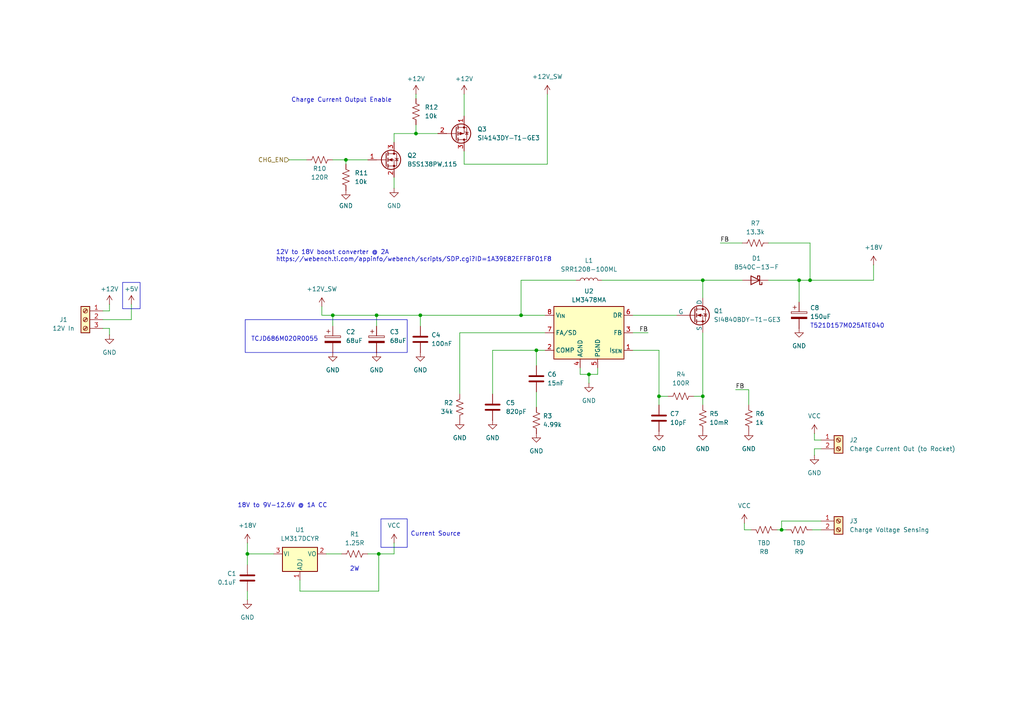
<source format=kicad_sch>
(kicad_sch (version 20231120) (generator "eeschema") (generator_version "8.0")
  (paper "A4")
  (lib_symbols
    (symbol "Connector:Screw_Terminal_01x02" (pin_names (offset 1.016) hide)
      (property "Reference" "J" (at 0 2.54 0))
      (property "Value" "Screw_Terminal_01x02" (at 0 -5.08 0))
      (symbol "Screw_Terminal_01x02_1_1"
        (rectangle (start -1.27 1.27) (end 1.27 -3.81) (stroke (width 0.254)) (fill (type background)))
        (circle (center 0 -2.54) (radius 0.635) (stroke (width 0.1524)))
        (polyline (pts (xy -0.5334 -2.2098) (xy 0.3302 -3.048)) (stroke (width 0.1524)))
        (polyline (pts (xy -0.5334 0.3302) (xy 0.3302 -0.508)) (stroke (width 0.1524)))
        (polyline (pts (xy -0.3556 -2.032) (xy 0.508 -2.8702)) (stroke (width 0.1524)))
        (polyline (pts (xy -0.3556 0.508) (xy 0.508 -0.3302)) (stroke (width 0.1524)))
        (circle (center 0 0) (radius 0.635) (stroke (width 0.1524)))
        (pin passive line (at -5.08 0 0) (length 3.81) (name "Pin_1") (number "1"))
        (pin passive line (at -5.08 -2.54 0) (length 3.81) (name "Pin_2") (number "2"))
      )
    )
    (symbol "Connector:Screw_Terminal_01x03" (pin_names (offset 1.016) hide)
      (property "Reference" "J" (at 0 5.08 0))
      (property "Value" "Screw_Terminal_01x03" (at 0 -5.08 0))
      (symbol "Screw_Terminal_01x03_1_1"
        (rectangle (start -1.27 3.81) (end 1.27 -3.81) (stroke (width 0.254)) (fill (type background)))
        (circle (center 0 -2.54) (radius 0.635) (stroke (width 0.1524)))
        (polyline (pts (xy -0.5334 -2.2098) (xy 0.3302 -3.048)) (stroke (width 0.1524)))
        (polyline (pts (xy -0.5334 0.3302) (xy 0.3302 -0.508)) (stroke (width 0.1524)))
        (polyline (pts (xy -0.5334 2.8702) (xy 0.3302 2.032)) (stroke (width 0.1524)))
        (polyline (pts (xy -0.3556 -2.032) (xy 0.508 -2.8702)) (stroke (width 0.1524)))
        (polyline (pts (xy -0.3556 0.508) (xy 0.508 -0.3302)) (stroke (width 0.1524)))
        (polyline (pts (xy -0.3556 3.048) (xy 0.508 2.2098)) (stroke (width 0.1524)))
        (circle (center 0 0) (radius 0.635) (stroke (width 0.1524)))
        (circle (center 0 2.54) (radius 0.635) (stroke (width 0.1524)))
        (pin passive line (at -5.08 2.54 0) (length 3.81) (name "Pin_1") (number "1"))
        (pin passive line (at -5.08 0 0) (length 3.81) (name "Pin_2") (number "2"))
        (pin passive line (at -5.08 -2.54 0) (length 3.81) (name "Pin_3") (number "3"))
      )
    )
    (symbol "Device:C" (pin_numbers hide) (pin_names (offset 0.254))
      (property "Reference" "C" (at 0.635 2.54 0))
      (property "Value" "C" (at 0.635 -2.54 0))
      (symbol "C_0_1"
        (polyline (pts (xy -2.032 -0.762) (xy 2.032 -0.762)) (stroke (width 0.508)))
        (polyline (pts (xy -2.032 0.762) (xy 2.032 0.762)) (stroke (width 0.508)))
      )
      (symbol "C_1_1"
        (pin passive line (at 0 3.81 270) (length 2.794) (name "~") (number "1"))
        (pin passive line (at 0 -3.81 90) (length 2.794) (name "~") (number "2"))
      )
    )
    (symbol "Device:C_Polarized" (pin_numbers hide) (pin_names (offset 0.254))
      (property "Reference" "C" (at 0.635 2.54 0))
      (property "Value" "C_Polarized" (at 0.635 -2.54 0))
      (symbol "C_Polarized_0_1"
        (rectangle (start -2.286 0.508) (end 2.286 1.016))
        (polyline (pts (xy -1.778 2.286) (xy -0.762 2.286)))
        (polyline (pts (xy -1.27 2.794) (xy -1.27 1.778)))
        (rectangle (start 2.286 -0.508) (end -2.286 -1.016) (fill (type outline)))
      )
      (symbol "C_Polarized_1_1"
        (pin passive line (at 0 3.81 270) (length 2.794) (name "~") (number "1"))
        (pin passive line (at 0 -3.81 90) (length 2.794) (name "~") (number "2"))
      )
    )
    (symbol "Device:D_Schottky" (pin_numbers hide) (pin_names (offset 1.016) hide)
      (property "Reference" "D" (at 0 2.54 0))
      (property "Value" "D_Schottky" (at 0 -2.54 0))
      (symbol "D_Schottky_0_1"
        (polyline (pts (xy 1.27 0) (xy -1.27 0)))
        (polyline (pts (xy 1.27 1.27) (xy 1.27 -1.27) (xy -1.27 0) (xy 1.27 1.27)) (stroke (width 0.254)))
        (polyline (pts (xy -1.905 0.635) (xy -1.905 1.27) (xy -1.27 1.27) (xy -1.27 -1.27) (xy -0.635 -1.27) (xy -0.635 -0.635)) (stroke (width 0.254)))
      )
      (symbol "D_Schottky_1_1"
        (pin passive line (at -3.81 0 0) (length 2.54) (name "K") (number "1"))
        (pin passive line (at 3.81 0 180) (length 2.54) (name "A") (number "2"))
      )
    )
    (symbol "Device:L" (pin_numbers hide) (pin_names (offset 1.016) hide)
      (property "Reference" "L" (at -1.27 0 90))
      (property "Value" "L" (at 1.905 0 90))
      (symbol "L_0_1"
        (arc (start 0 -2.54) (mid 0.6323 -1.905) (end 0 -1.27))
        (arc (start 0 -1.27) (mid 0.6323 -0.635) (end 0 0))
        (arc (start 0 0) (mid 0.6323 0.635) (end 0 1.27))
        (arc (start 0 1.27) (mid 0.6323 1.905) (end 0 2.54))
      )
      (symbol "L_1_1"
        (pin passive line (at 0 3.81 270) (length 1.27) (name "1") (number "1"))
        (pin passive line (at 0 -3.81 90) (length 1.27) (name "2") (number "2"))
      )
    )
    (symbol "Device:Q_NMOS_GSD" (pin_names (offset 0) hide)
      (property "Reference" "Q" (at 5.08 1.27 0))
      (property "Value" "Q_NMOS_GSD" (at 5.08 -1.27 0))
      (symbol "Q_NMOS_GSD_0_1"
        (polyline (pts (xy 0.254 0) (xy -2.54 0)))
        (polyline (pts (xy 0.254 1.905) (xy 0.254 -1.905)) (stroke (width 0.254)))
        (polyline (pts (xy 0.762 -1.27) (xy 0.762 -2.286)) (stroke (width 0.254)))
        (polyline (pts (xy 0.762 0.508) (xy 0.762 -0.508)) (stroke (width 0.254)))
        (polyline (pts (xy 0.762 2.286) (xy 0.762 1.27)) (stroke (width 0.254)))
        (polyline (pts (xy 2.54 2.54) (xy 2.54 1.778)))
        (polyline (pts (xy 2.54 -2.54) (xy 2.54 0) (xy 0.762 0)))
        (polyline (pts (xy 0.762 -1.778) (xy 3.302 -1.778) (xy 3.302 1.778) (xy 0.762 1.778)))
        (polyline (pts (xy 1.016 0) (xy 2.032 0.381) (xy 2.032 -0.381) (xy 1.016 0)) (fill (type outline)))
        (polyline (pts (xy 2.794 0.508) (xy 2.921 0.381) (xy 3.683 0.381) (xy 3.81 0.254)))
        (polyline (pts (xy 3.302 0.381) (xy 2.921 -0.254) (xy 3.683 -0.254) (xy 3.302 0.381)))
        (circle (center 1.651 0) (radius 2.794) (stroke (width 0.254)))
        (circle (center 2.54 -1.778) (radius 0.254) (fill (type outline)))
        (circle (center 2.54 1.778) (radius 0.254) (fill (type outline)))
      )
      (symbol "Q_NMOS_GSD_1_1"
        (pin input line (at -5.08 0 0) (length 2.54) (name "G") (number "1"))
        (pin passive line (at 2.54 -5.08 90) (length 2.54) (name "S") (number "2"))
        (pin passive line (at 2.54 5.08 270) (length 2.54) (name "D") (number "3"))
      )
    )
    (symbol "Device:Q_PMOS_SGD" (pin_names (offset 0) hide)
      (property "Reference" "Q" (at 5.08 1.27 0))
      (property "Value" "Q_PMOS_SGD" (at 5.08 -1.27 0))
      (symbol "Q_PMOS_SGD_0_1"
        (polyline (pts (xy 0.254 0) (xy -2.54 0)))
        (polyline (pts (xy 0.254 1.905) (xy 0.254 -1.905)) (stroke (width 0.254)))
        (polyline (pts (xy 0.762 -1.27) (xy 0.762 -2.286)) (stroke (width 0.254)))
        (polyline (pts (xy 0.762 0.508) (xy 0.762 -0.508)) (stroke (width 0.254)))
        (polyline (pts (xy 0.762 2.286) (xy 0.762 1.27)) (stroke (width 0.254)))
        (polyline (pts (xy 2.54 2.54) (xy 2.54 1.778)))
        (polyline (pts (xy 2.54 -2.54) (xy 2.54 0) (xy 0.762 0)))
        (polyline (pts (xy 0.762 1.778) (xy 3.302 1.778) (xy 3.302 -1.778) (xy 0.762 -1.778)))
        (polyline (pts (xy 2.286 0) (xy 1.27 0.381) (xy 1.27 -0.381) (xy 2.286 0)) (fill (type outline)))
        (polyline (pts (xy 2.794 -0.508) (xy 2.921 -0.381) (xy 3.683 -0.381) (xy 3.81 -0.254)))
        (polyline (pts (xy 3.302 -0.381) (xy 2.921 0.254) (xy 3.683 0.254) (xy 3.302 -0.381)))
        (circle (center 1.651 0) (radius 2.794) (stroke (width 0.254)))
        (circle (center 2.54 -1.778) (radius 0.254) (fill (type outline)))
        (circle (center 2.54 1.778) (radius 0.254) (fill (type outline)))
      )
      (symbol "Q_PMOS_SGD_1_1"
        (pin passive line (at 2.54 -5.08 90) (length 2.54) (name "S") (number "1"))
        (pin input line (at -5.08 0 0) (length 2.54) (name "G") (number "2"))
        (pin passive line (at 2.54 5.08 270) (length 2.54) (name "D") (number "3"))
      )
    )
    (symbol "Device:R_US" (pin_numbers hide) (pin_names (offset 0))
      (property "Reference" "R" (at 2.54 0 90))
      (property "Value" "R_US" (at -2.54 0 90))
      (symbol "R_US_0_1"
        (polyline (pts (xy 0 -2.286) (xy 0 -2.54)))
        (polyline (pts (xy 0 2.286) (xy 0 2.54)))
        (polyline (pts (xy 0 -0.762) (xy 1.016 -1.143) (xy 0 -1.524) (xy -1.016 -1.905) (xy 0 -2.286)))
        (polyline (pts (xy 0 0.762) (xy 1.016 0.381) (xy 0 0) (xy -1.016 -0.381) (xy 0 -0.762)))
        (polyline (pts (xy 0 2.286) (xy 1.016 1.905) (xy 0 1.524) (xy -1.016 1.143) (xy 0 0.762)))
      )
      (symbol "R_US_1_1"
        (pin passive line (at 0 3.81 270) (length 1.27) (name "~") (number "1"))
        (pin passive line (at 0 -3.81 90) (length 1.27) (name "~") (number "2"))
      )
    )
    (symbol "Regulator_Controller:LM3478MA"
      (property "Reference" "U" (at -9.525 8.89 0))
      (property "Value" "LM3478MA" (at 5.08 8.89 0))
      (symbol "LM3478MA_0_1"
        (rectangle (start -10.16 7.62) (end 10.16 -7.62) (stroke (width 0.254)) (fill (type background)))
      )
      (symbol "LM3478MA_1_1"
        (pin input line (at 12.7 -5.08 180) (length 2.54) (name "I_{SEN}") (number "1"))
        (pin input line (at -12.7 -5.08 0) (length 2.54) (name "COMP") (number "2"))
        (pin input line (at 12.7 0 180) (length 2.54) (name "FB") (number "3"))
        (pin power_in line (at -2.54 -10.16 90) (length 2.54) (name "AGND") (number "4"))
        (pin power_in line (at 2.54 -10.16 90) (length 2.54) (name "PGND") (number "5"))
        (pin output line (at 12.7 5.08 180) (length 2.54) (name "DR") (number "6"))
        (pin input line (at -12.7 0 0) (length 2.54) (name "FA/SD") (number "7"))
        (pin power_in line (at -12.7 5.08 0) (length 2.54) (name "V_{IN}") (number "8"))
      )
    )
    (symbol "Regulator_Linear:LM317_SOT-223" (pin_names (offset 0.254))
      (property "Reference" "U" (at -3.81 3.175 0))
      (property "Value" "LM317_SOT-223" (at 0 3.175 0))
      (symbol "LM317_SOT-223_0_1"
        (rectangle (start -5.08 1.905) (end 5.08 -5.08) (stroke (width 0.254)) (fill (type background)))
      )
      (symbol "LM317_SOT-223_1_1"
        (pin input line (at 0 -7.62 90) (length 2.54) (name "ADJ") (number "1"))
        (pin power_out line (at 7.62 0 180) (length 2.54) (name "VO") (number "2"))
        (pin power_in line (at -7.62 0 0) (length 2.54) (name "VI") (number "3"))
      )
    )
    (symbol "Simulation_SPICE:NMOS" (pin_numbers hide) (pin_names (offset 0))
      (property "Reference" "Q" (at 5.08 1.27 0))
      (property "Value" "NMOS" (at 5.08 -1.27 0))
      (symbol "NMOS_0_1"
        (polyline (pts (xy 0.254 0) (xy -2.54 0)))
        (polyline (pts (xy 0.254 1.905) (xy 0.254 -1.905)) (stroke (width 0.254)))
        (polyline (pts (xy 0.762 -1.27) (xy 0.762 -2.286)) (stroke (width 0.254)))
        (polyline (pts (xy 0.762 0.508) (xy 0.762 -0.508)) (stroke (width 0.254)))
        (polyline (pts (xy 0.762 2.286) (xy 0.762 1.27)) (stroke (width 0.254)))
        (polyline (pts (xy 2.54 2.54) (xy 2.54 1.778)))
        (polyline (pts (xy 2.54 -2.54) (xy 2.54 0) (xy 0.762 0)))
        (polyline (pts (xy 0.762 -1.778) (xy 3.302 -1.778) (xy 3.302 1.778) (xy 0.762 1.778)))
        (polyline (pts (xy 1.016 0) (xy 2.032 0.381) (xy 2.032 -0.381) (xy 1.016 0)) (fill (type outline)))
        (polyline (pts (xy 2.794 0.508) (xy 2.921 0.381) (xy 3.683 0.381) (xy 3.81 0.254)))
        (polyline (pts (xy 3.302 0.381) (xy 2.921 -0.254) (xy 3.683 -0.254) (xy 3.302 0.381)))
        (circle (center 1.651 0) (radius 2.794) (stroke (width 0.254)))
        (circle (center 2.54 -1.778) (radius 0.254) (fill (type outline)))
        (circle (center 2.54 1.778) (radius 0.254) (fill (type outline)))
      )
      (symbol "NMOS_1_1"
        (pin passive line (at 2.54 5.08 270) (length 2.54) (name "D") (number "1"))
        (pin input line (at -5.08 0 0) (length 2.54) (name "G") (number "2"))
        (pin passive line (at 2.54 -5.08 90) (length 2.54) (name "S") (number "3"))
      )
    )
    (symbol "power:+12V" (power) (pin_numbers hide) (pin_names (offset 0) hide)
      (property "Value" "+12V" (at 0 3.556 0))
      (symbol "+12V_0_1"
        (polyline (pts (xy -0.762 1.27) (xy 0 2.54)))
        (polyline (pts (xy 0 0) (xy 0 2.54)))
        (polyline (pts (xy 0 2.54) (xy 0.762 1.27)))
      )
      (symbol "+12V_1_1"
        (pin power_in line (at 0 0 90) (length 0) (name "~") (number "1"))
      )
    )
    (symbol "power:+15V" (power) (pin_numbers hide) (pin_names (offset 0) hide)
      (property "Value" "+15V" (at 0 3.556 0))
      (symbol "+15V_0_1"
        (polyline (pts (xy -0.762 1.27) (xy 0 2.54)))
        (polyline (pts (xy 0 0) (xy 0 2.54)))
        (polyline (pts (xy 0 2.54) (xy 0.762 1.27)))
      )
      (symbol "+15V_1_1"
        (pin power_in line (at 0 0 90) (length 0) (name "~") (number "1"))
      )
    )
    (symbol "power:+5V" (power) (pin_numbers hide) (pin_names (offset 0) hide)
      (property "Value" "+5V" (at 0 3.556 0))
      (symbol "+5V_0_1"
        (polyline (pts (xy -0.762 1.27) (xy 0 2.54)))
        (polyline (pts (xy 0 0) (xy 0 2.54)))
        (polyline (pts (xy 0 2.54) (xy 0.762 1.27)))
      )
      (symbol "+5V_1_1"
        (pin power_in line (at 0 0 90) (length 0) (name "~") (number "1"))
      )
    )
    (symbol "power:GND" (power) (pin_numbers hide) (pin_names (offset 0) hide)
      (property "Value" "GND" (at 0 -3.81 0))
      (symbol "GND_0_1"
        (polyline (pts (xy 0 0) (xy 0 -1.27) (xy 1.27 -1.27) (xy 0 -2.54) (xy -1.27 -1.27) (xy 0 -1.27)))
      )
      (symbol "GND_1_1"
        (pin power_in line (at 0 0 270) (length 0) (name "~") (number "1"))
      )
    )
    (symbol "power:VCC" (power) (pin_numbers hide) (pin_names (offset 0) hide)
      (property "Value" "VCC" (at 0 3.556 0))
      (symbol "VCC_0_1"
        (polyline (pts (xy -0.762 1.27) (xy 0 2.54)))
        (polyline (pts (xy 0 0) (xy 0 2.54)))
        (polyline (pts (xy 0 2.54) (xy 0.762 1.27)))
      )
      (symbol "VCC_1_1"
        (pin power_in line (at 0 0 90) (length 0) (name "~") (number "1"))
      )
    )
  )
  (junction (at 120.65 38.735))
  (junction (at 226.695 153.67))
  (junction (at 170.815 108.585))
  (junction (at 121.92 91.44))
  (junction (at 151.13 91.44))
  (junction (at 109.22 91.44))
  (junction (at 203.835 114.935))
  (junction (at 231.775 81.28))
  (junction (at 109.855 160.655))
  (junction (at 71.755 160.655))
  (junction (at 203.835 81.28))
  (junction (at 100.33 46.355))
  (junction (at 96.52 91.44))
  (junction (at 234.95 81.28))
  (junction (at 155.575 101.6))
  (junction (at 191.135 114.935))
  (wire (pts (xy 170.815 108.585) (xy 170.815 111.125)))
  (wire (pts (xy 121.92 91.44) (xy 151.13 91.44)))
  (wire (pts (xy 96.52 91.44) (xy 96.52 94.615)))
  (wire (pts (xy 215.9 153.67) (xy 217.805 153.67)))
  (wire (pts (xy 238.125 151.13) (xy 226.695 151.13)))
  (wire (pts (xy 191.135 101.6) (xy 191.135 114.935)))
  (wire (pts (xy 203.835 114.935) (xy 203.835 117.475)))
  (wire (pts (xy 155.575 113.665) (xy 155.575 118.11)))
  (wire (pts (xy 86.995 171.45) (xy 109.855 171.45)))
  (wire (pts (xy 236.22 125.73) (xy 236.22 127.635)))
  (wire (pts (xy 222.885 70.485) (xy 234.95 70.485)))
  (wire (pts (xy 31.75 95.25) (xy 31.75 97.155)))
  (wire (pts (xy 226.695 151.13) (xy 226.695 153.67)))
  (wire (pts (xy 31.75 88.265) (xy 31.75 90.17)))
  (wire (pts (xy 191.135 114.935) (xy 191.135 117.475)))
  (wire (pts (xy 158.115 101.6) (xy 155.575 101.6)))
  (wire (pts (xy 83.82 46.355) (xy 88.9 46.355)))
  (wire (pts (xy 222.885 81.28) (xy 231.775 81.28)))
  (wire (pts (xy 173.355 108.585) (xy 170.815 108.585)))
  (wire (pts (xy 100.33 46.355) (xy 100.33 47.625)))
  (wire (pts (xy 114.3 157.48) (xy 114.3 160.655)))
  (wire (pts (xy 38.1 88.265) (xy 38.1 92.71)))
  (wire (pts (xy 133.35 96.52) (xy 133.35 114.3)))
  (wire (pts (xy 142.875 114.3) (xy 142.875 101.6)))
  (wire (pts (xy 231.775 81.28) (xy 231.775 87.63)))
  (wire (pts (xy 236.22 127.635) (xy 238.125 127.635)))
  (wire (pts (xy 226.695 153.67) (xy 227.965 153.67)))
  (wire (pts (xy 29.845 90.17) (xy 31.75 90.17)))
  (wire (pts (xy 235.585 153.67) (xy 238.125 153.67)))
  (wire (pts (xy 86.995 168.275) (xy 86.995 171.45)))
  (wire (pts (xy 213.36 113.03) (xy 217.17 113.03)))
  (wire (pts (xy 31.75 95.25) (xy 29.845 95.25)))
  (wire (pts (xy 109.22 91.44) (xy 109.22 94.615)))
  (wire (pts (xy 120.65 36.195) (xy 120.65 38.735)))
  (wire (pts (xy 93.345 91.44) (xy 96.52 91.44)))
  (wire (pts (xy 238.125 130.175) (xy 236.22 130.175)))
  (wire (pts (xy 109.855 160.655) (xy 106.68 160.655)))
  (wire (pts (xy 173.355 106.68) (xy 173.355 108.585)))
  (wire (pts (xy 142.875 101.6) (xy 155.575 101.6)))
  (wire (pts (xy 234.95 70.485) (xy 234.95 81.28)))
  (wire (pts (xy 94.615 160.655) (xy 99.06 160.655)))
  (wire (pts (xy 109.22 91.44) (xy 121.92 91.44)))
  (wire (pts (xy 134.62 43.815) (xy 134.62 47.625)))
  (wire (pts (xy 234.95 81.28) (xy 253.365 81.28)))
  (wire (pts (xy 217.17 117.475) (xy 217.17 113.03)))
  (wire (pts (xy 203.835 81.28) (xy 203.835 86.36)))
  (wire (pts (xy 114.3 54.61) (xy 114.3 51.435)))
  (wire (pts (xy 114.3 160.655) (xy 109.855 160.655)))
  (wire (pts (xy 29.845 92.71) (xy 38.1 92.71)))
  (wire (pts (xy 114.3 38.735) (xy 120.65 38.735)))
  (wire (pts (xy 120.65 38.735) (xy 127 38.735)))
  (wire (pts (xy 96.52 46.355) (xy 100.33 46.355)))
  (wire (pts (xy 183.515 96.52) (xy 187.96 96.52)))
  (wire (pts (xy 203.835 96.52) (xy 203.835 114.935)))
  (wire (pts (xy 71.755 157.48) (xy 71.755 160.655)))
  (wire (pts (xy 114.3 38.735) (xy 114.3 41.275)))
  (wire (pts (xy 151.13 91.44) (xy 158.115 91.44)))
  (wire (pts (xy 168.275 108.585) (xy 170.815 108.585)))
  (wire (pts (xy 208.915 70.485) (xy 215.265 70.485)))
  (wire (pts (xy 151.13 81.28) (xy 151.13 91.44)))
  (wire (pts (xy 167.005 81.28) (xy 151.13 81.28)))
  (wire (pts (xy 203.835 114.935) (xy 201.295 114.935)))
  (wire (pts (xy 71.755 171.45) (xy 71.755 173.99)))
  (wire (pts (xy 109.855 171.45) (xy 109.855 160.655)))
  (wire (pts (xy 121.92 91.44) (xy 121.92 94.615)))
  (wire (pts (xy 134.62 47.625) (xy 158.75 47.625)))
  (wire (pts (xy 158.115 96.52) (xy 133.35 96.52)))
  (wire (pts (xy 183.515 91.44) (xy 196.215 91.44)))
  (wire (pts (xy 93.345 88.9) (xy 93.345 91.44)))
  (wire (pts (xy 236.22 130.175) (xy 236.22 132.08)))
  (wire (pts (xy 120.65 27.305) (xy 120.65 28.575)))
  (wire (pts (xy 215.265 81.28) (xy 203.835 81.28)))
  (wire (pts (xy 109.22 91.44) (xy 96.52 91.44)))
  (wire (pts (xy 155.575 101.6) (xy 155.575 106.045)))
  (wire (pts (xy 253.365 76.835) (xy 253.365 81.28)))
  (wire (pts (xy 193.675 114.935) (xy 191.135 114.935)))
  (wire (pts (xy 71.755 160.655) (xy 79.375 160.655)))
  (wire (pts (xy 183.515 101.6) (xy 191.135 101.6)))
  (wire (pts (xy 174.625 81.28) (xy 203.835 81.28)))
  (wire (pts (xy 225.425 153.67) (xy 226.695 153.67)))
  (wire (pts (xy 134.62 27.305) (xy 134.62 33.655)))
  (wire (pts (xy 100.33 46.355) (xy 106.68 46.355)))
  (wire (pts (xy 168.275 106.68) (xy 168.275 108.585)))
  (wire (pts (xy 158.75 27.305) (xy 158.75 47.625)))
  (wire (pts (xy 234.95 81.28) (xy 231.775 81.28)))
  (wire (pts (xy 215.9 151.765) (xy 215.9 153.67)))
  (wire (pts (xy 71.755 160.655) (xy 71.755 163.83)))
  (rectangle (start 71.12 92.71) (end 118.11 102.235))
  (rectangle (start 110.49 150.495) (end 118.11 158.75))
  (rectangle (start 35.56 81.915) (end 40.64 89.535))
  (text "T521D157M025ATE040" (at 234.95 94.615 0) (effects (font (size 1.27 1.27)) (justify left)))
  (text "Charge Current Output Enable" (at 84.455 29.845 0) (effects (font (size 1.27 1.27)) (justify left bottom)))
  (text "2W\n" (at 102.87 165.1 0) (effects (font (size 1.27 1.27))))
  (text "Current Source" (at 126.365 154.94 0) (effects (font (size 1.27 1.27))))
  (text "TCJD686M020R0055" (at 82.55 98.425 0) (effects (font (size 1.27 1.27))))
  (text "18V to 9V-12.6V @ 1A CC" (at 81.915 146.685 0) (effects (font (size 1.27 1.27))))
  (text "12V to 18V boost converter @ 2A\nhttps://webench.ti.com/appinfo/webench/scripts/SDP.cgi?ID=1A39E82EFFBF01F8" (at 80.01 74.295 0) (effects (font (size 1.27 1.27)) (justify left)))
  (label "FB" (at 187.96 96.52 180))
  (label "FB" (at 213.36 113.03 0))
  (label "FB" (at 208.915 70.485 0))
  (hierarchical_label "CHG_EN" (shape input) (at 83.82 46.355 180))
  (symbol (lib_id "power:+12V") (at 93.345 88.9 0) (unit 1)
    (property "Reference" "#PWR5" (effects (hide yes)))
    (property "Value" "+12V_SW" (at 93.345 83.82 0))
    (property "Description" "Power symbol creates a global label with name \"+12V\"" (effects (hide yes)))
  )
  (symbol (lib_id "Device:L") (at 170.815 81.28 90) (unit 1)
    (property "Reference" "L1" (at 170.815 75.565 90))
    (property "Value" "SRR1208-100ML" (at 170.815 78.105 90))
    (property "Footprint" "groundside-charging:IND_BOURNS_SRR1208" (effects (hide yes)))
    (property "Datasheet" "https://www.bourns.com/docs/Product-Datasheets/SRR1208.pdf" (effects (hide yes)))
    (property "Description" "Inductor" (effects (hide yes)))
  )
  (symbol (lib_id "power:+12V") (at 31.75 88.265 0) (unit 1)
    (property "Reference" "#PWR1" (effects (hide yes)))
    (property "Value" "+12V" (at 31.75 83.82 0))
    (property "Description" "Power symbol creates a global label with name \"+12V\"" (effects (hide yes)))
  )
  (symbol (lib_id "Device:C") (at 191.135 121.285 0) (unit 1)
    (property "Reference" "C7" (at 194.31 120.0149 0) (effects (justify left)))
    (property "Value" "10pF" (at 194.31 122.5549 0) (effects (justify left)))
    (property "Footprint" "Capacitor_SMD:C_0805_2012Metric_Pad1.18x1.45mm_HandSolder" (effects (hide yes)))
    (property "Description" "Unpolarized capacitor" (effects (hide yes)))
  )
  (symbol (lib_id "power:GND") (at 191.135 125.095 0) (unit 1)
    (property "Reference" "#PWR14" (effects (hide yes)))
    (property "Value" "GND" (at 191.135 130.175 0))
    (property "Description" "Power symbol creates a global label with name \"GND\" , ground" (effects (hide yes)))
  )
  (symbol (lib_id "Regulator_Linear:LM317_SOT-223") (at 86.995 160.655 0) (unit 1)
    (property "Reference" "U1" (at 86.995 153.67 0))
    (property "Value" "LM317DCYR" (at 86.995 156.21 0))
    (property "Footprint" "Package_TO_SOT_SMD:SOT-223-3_TabPin2" (effects (hide yes)))
    (property "Datasheet" "http://www.ti.com/lit/ds/symlink/lm317.pdf" (effects (hide yes)))
    (property "Description" "1.5A 35V Adjustable Linear Regulator, SOT-223" (effects (hide yes)))
  )
  (symbol (lib_id "power:GND") (at 236.22 132.08 0) (unit 1)
    (property "Reference" "#PWR20" (effects (hide yes)))
    (property "Value" "GND" (at 236.22 137.16 0))
    (property "Description" "Power symbol creates a global label with name \"GND\" , ground" (effects (hide yes)))
  )
  (symbol (lib_id "Device:R_US") (at 221.615 153.67 90) (mirror x) (unit 1)
    (property "Reference" "R8" (at 221.615 160.02 90))
    (property "Value" "TBD" (at 221.615 157.48 90))
    (property "Description" "Resistor, US symbol" (effects (hide yes)))
  )
  (symbol (lib_id "power:GND") (at 71.755 173.99 0) (unit 1)
    (property "Reference" "#PWR4" (effects (hide yes)))
    (property "Value" "GND" (at 71.755 179.07 0))
    (property "Description" "Power symbol creates a global label with name \"GND\" , ground" (effects (hide yes)))
  )
  (symbol (lib_id "Device:Q_PMOS_SGD") (at 132.08 38.735 0) (mirror x) (unit 1)
    (property "Reference" "Q3" (at 138.43 37.4649 0) (effects (justify left)))
    (property "Value" "SI4143DY-T1-GE3" (at 138.43 40.0049 0) (effects (justify left)))
    (property "Footprint" "groundside-charging:SOIC_3DY-T1-GE3_VIS" (effects (hide yes)))
    (property "Datasheet" "https://www.vishay.com/docs/63242/si4143dy.pdf" (effects (hide yes)))
  )
  (symbol (lib_id "Device:R_US") (at 102.87 160.655 90) (unit 1)
    (property "Reference" "R1" (at 102.87 154.94 90))
    (property "Value" "1.25R" (at 102.87 157.48 90))
    (property "Footprint" "Resistor_SMD:R_2512_6332Metric_Pad1.40x3.35mm_HandSolder" (effects (hide yes)))
    (property "Description" "Resistor, US symbol" (effects (hide yes)))
  )
  (symbol (lib_id "power:+12V") (at 134.62 27.305 0) (unit 1)
    (property "Reference" "#PWR25" (effects (hide yes)))
    (property "Value" "+12V" (at 134.62 22.86 0))
    (property "Description" "Power symbol creates a global label with name \"+12V\"" (effects (hide yes)))
  )
  (symbol (lib_id "Device:Q_NMOS_GSD") (at 111.76 46.355 0) (unit 1)
    (property "Reference" "Q2" (at 118.11 45.085 0) (effects (justify left)))
    (property "Value" "BSS138PW,115" (at 118.11 47.625 0) (effects (justify left)))
    (property "Footprint" "Package_TO_SOT_SMD:SOT-323_SC-70_Handsoldering" (effects (hide yes)))
    (property "Datasheet" "https://assets.nexperia.com/documents/data-sheet/BSS138PW.pdf" (effects (hide yes)))
  )
  (symbol (lib_id "Device:R_US") (at 217.17 121.285 0) (unit 1)
    (property "Reference" "R6" (at 219.075 120.0149 0) (effects (justify left)))
    (property "Value" "1k" (at 219.075 122.5549 0) (effects (justify left)))
    (property "Footprint" "Resistor_SMD:R_0805_2012Metric_Pad1.20x1.40mm_HandSolder" (effects (hide yes)))
    (property "Description" "Resistor, US symbol" (effects (hide yes)))
  )
  (symbol (lib_id "power:+15V") (at 253.365 76.835 0) (unit 1)
    (property "Reference" "#PWR21" (effects (hide yes)))
    (property "Value" "+18V" (at 253.365 71.755 0))
    (property "Description" "Power symbol creates a global label with name \"+15V\"" (effects (hide yes)))
  )
  (symbol (lib_id "power:+12V") (at 158.75 27.305 0) (unit 1)
    (property "Reference" "#PWR26" (effects (hide yes)))
    (property "Value" "+12V_SW" (at 158.75 22.225 0))
    (property "Description" "Power symbol creates a global label with name \"+12V\"" (effects (hide yes)))
  )
  (symbol (lib_id "Device:R_US") (at 203.835 121.285 180) (unit 1)
    (property "Reference" "R5" (at 205.74 120.0149 0) (effects (justify right)))
    (property "Value" "10mR" (at 205.74 122.5549 0) (effects (justify right)))
    (property "Footprint" "Resistor_SMD:R_0805_2012Metric_Pad1.20x1.40mm_HandSolder" (effects (hide yes)))
    (property "Description" "Resistor, US symbol" (effects (hide yes)))
  )
  (symbol (lib_id "power:GND") (at 109.22 102.235 0) (unit 1)
    (property "Reference" "#PWR7" (effects (hide yes)))
    (property "Value" "GND" (at 109.22 107.315 0))
    (property "Description" "Power symbol creates a global label with name \"GND\" , ground" (effects (hide yes)))
  )
  (symbol (lib_id "power:+5V") (at 38.1 88.265 0) (unit 1)
    (property "Reference" "#PWR27" (effects (hide yes)))
    (property "Value" "+5V" (at 38.1 83.82 0))
    (property "Description" "Power symbol creates a global label with name \"+5V\"" (effects (hide yes)))
  )
  (symbol (lib_id "Device:R_US") (at 100.33 51.435 0) (unit 1)
    (property "Reference" "R11" (at 102.87 50.1649 0) (effects (justify left)))
    (property "Value" "10k" (at 102.87 52.7049 0) (effects (justify left)))
    (property "Footprint" "Resistor_SMD:R_0805_2012Metric_Pad1.20x1.40mm_HandSolder" (effects (hide yes)))
  )
  (symbol (lib_id "power:GND") (at 133.35 121.92 0) (unit 1)
    (property "Reference" "#PWR10" (effects (hide yes)))
    (property "Value" "GND" (at 133.35 127 0))
    (property "Description" "Power symbol creates a global label with name \"GND\" , ground" (effects (hide yes)))
  )
  (symbol (lib_id "Device:C_Polarized") (at 96.52 98.425 0) (unit 1)
    (property "Reference" "C2" (at 100.33 96.2659 0) (effects (justify left)))
    (property "Value" "68uF" (at 100.33 98.8059 0) (effects (justify left)))
    (property "Footprint" "Capacitor_Tantalum_SMD:CP_EIA-7343-31_Kemet-D_Pad2.25x2.55mm_HandSolder" (effects (hide yes)))
    (property "Datasheet" "https://datasheets.kyocera-avx.com/TCJ.pdf" (effects (hide yes)))
    (property "Description" "Polarized capacitor" (effects (hide yes)))
  )
  (symbol (lib_id "Device:D_Schottky") (at 219.075 81.28 180) (unit 1)
    (property "Reference" "D1" (at 219.3925 74.93 0))
    (property "Value" "B540C-13-F" (at 219.3925 77.47 0))
    (property "Footprint" "Diode_SMD:D_SMC" (effects (hide yes)))
    (property "Description" "Schottky diode" (effects (hide yes)))
    (property "Sim.Device" "D" (effects (hide yes)))
    (property "Sim.Pins" "1=K 2=A" (effects (hide yes)))
  )
  (symbol (lib_id "power:GND") (at 231.775 95.25 0) (unit 1)
    (property "Reference" "#PWR18" (effects (hide yes)))
    (property "Value" "GND" (at 231.775 100.33 0))
    (property "Description" "Power symbol creates a global label with name \"GND\" , ground" (effects (hide yes)))
  )
  (symbol (lib_id "power:GND") (at 155.575 125.73 0) (unit 1)
    (property "Reference" "#PWR12" (effects (hide yes)))
    (property "Value" "GND" (at 155.575 130.81 0))
    (property "Description" "Power symbol creates a global label with name \"GND\" , ground" (effects (hide yes)))
  )
  (symbol (lib_id "Device:C_Polarized") (at 231.775 91.44 0) (unit 1)
    (property "Reference" "C8" (at 234.95 89.2809 0) (effects (justify left)))
    (property "Value" "150uF" (at 234.95 91.8209 0) (effects (justify left)))
    (property "Footprint" "Capacitor_Tantalum_SMD:CP_EIA-7343-31_Kemet-D_Pad2.25x2.55mm_HandSolder" (effects (hide yes)))
    (property "Description" "Polarized capacitor" (effects (hide yes)))
  )
  (symbol (lib_id "power:+15V") (at 71.755 157.48 0) (unit 1)
    (property "Reference" "#PWR3" (effects (hide yes)))
    (property "Value" "+18V" (at 71.755 152.4 0))
    (property "Description" "Power symbol creates a global label with name \"+15V\"" (effects (hide yes)))
  )
  (symbol (lib_id "Connector:Screw_Terminal_01x02") (at 243.205 151.13 0) (unit 1)
    (property "Reference" "J3" (at 246.38 151.13 0) (effects (justify left)))
    (property "Value" "Charge Voltage Sensing" (at 246.38 153.67 0) (effects (justify left)))
    (property "Footprint" "TerminalBlock_Phoenix:TerminalBlock_Phoenix_PT-1,5-2-5.0-H_1x02_P5.00mm_Horizontal" (effects (hide yes)))
    (property "Description" "Generic screw terminal, single row, 01x02, script generated (kicad-library-utils/schlib/autogen/connector/)" (effects (hide yes)))
  )
  (symbol (lib_id "Device:C") (at 121.92 98.425 0) (unit 1)
    (property "Reference" "C4" (at 125.095 97.1549 0) (effects (justify left)))
    (property "Value" "100nF" (at 125.095 99.6949 0) (effects (justify left)))
    (property "Footprint" "Capacitor_SMD:C_0805_2012Metric_Pad1.18x1.45mm_HandSolder" (effects (hide yes)))
    (property "Description" "Unpolarized capacitor" (effects (hide yes)))
  )
  (symbol (lib_id "power:VCC") (at 236.22 125.73 0) (unit 1)
    (property "Reference" "#PWR19" (effects (hide yes)))
    (property "Value" "VCC" (at 236.22 120.65 0))
    (property "Description" "Power symbol creates a global label with name \"VCC\"" (effects (hide yes)))
  )
  (symbol (lib_id "power:VCC") (at 114.3 157.48 0) (unit 1)
    (property "Reference" "#PWR8" (effects (hide yes)))
    (property "Value" "VCC" (at 114.3 152.4 0))
    (property "Description" "Power symbol creates a global label with name \"VCC\"" (effects (hide yes)))
  )
  (symbol (lib_id "power:VCC") (at 215.9 151.765 0) (unit 1)
    (property "Reference" "#PWR17" (effects (hide yes)))
    (property "Value" "VCC" (at 215.9 146.685 0))
    (property "Description" "Power symbol creates a global label with name \"VCC\"" (effects (hide yes)))
  )
  (symbol (lib_id "Device:R_US") (at 197.485 114.935 90) (unit 1)
    (property "Reference" "R4" (at 197.485 108.585 90))
    (property "Value" "100R" (at 197.485 111.125 90))
    (property "Footprint" "Resistor_SMD:R_0805_2012Metric_Pad1.20x1.40mm_HandSolder" (effects (hide yes)))
    (property "Description" "Resistor, US symbol" (effects (hide yes)))
  )
  (symbol (lib_id "power:GND") (at 114.3 54.61 0) (unit 1)
    (property "Reference" "#PWR23" (effects (hide yes)))
    (property "Value" "GND" (at 114.3 59.69 0))
  )
  (symbol (lib_id "Simulation_SPICE:NMOS") (at 201.295 91.44 0) (unit 1)
    (property "Reference" "Q1" (at 207.01 90.1699 0) (effects (justify left)))
    (property "Value" "SI4840BDY-T1-GE3" (at 207.01 92.7099 0) (effects (justify left)))
    (property "Footprint" "groundside-charging:SO-8-SINGLE_MS-012_VIS" (effects (hide yes)))
    (property "Datasheet" "https://www.vishay.com/docs/69795/si4840bdy.pdf" (effects (hide yes)))
    (property "Description" "N-MOSFET transistor, drain/source/gate" (effects (hide yes)))
    (property "Sim.Device" "NMOS" (effects (hide yes)))
    (property "Sim.Type" "VDMOS" (effects (hide yes)))
    (property "Sim.Pins" "1=D 2=G 3=S" (effects (hide yes)))
  )
  (symbol (lib_id "power:GND") (at 217.17 125.095 0) (unit 1)
    (property "Reference" "#PWR16" (effects (hide yes)))
    (property "Value" "GND" (at 217.17 130.175 0))
    (property "Description" "Power symbol creates a global label with name \"GND\" , ground" (effects (hide yes)))
  )
  (symbol (lib_id "Device:C") (at 71.755 167.64 0) (mirror y) (unit 1)
    (property "Reference" "C1" (at 68.58 166.3699 0) (effects (justify left)))
    (property "Value" "0.1uF" (at 68.58 168.9099 0) (effects (justify left)))
    (property "Footprint" "Capacitor_SMD:C_0805_2012Metric_Pad1.18x1.45mm_HandSolder" (effects (hide yes)))
    (property "Description" "Unpolarized capacitor" (effects (hide yes)))
  )
  (symbol (lib_id "Device:R_US") (at 219.075 70.485 90) (unit 1)
    (property "Reference" "R7" (at 219.075 64.77 90))
    (property "Value" "13.3k" (at 219.075 67.31 90))
    (property "Footprint" "Resistor_SMD:R_0805_2012Metric_Pad1.20x1.40mm_HandSolder" (effects (hide yes)))
    (property "Description" "Resistor, US symbol" (effects (hide yes)))
  )
  (symbol (lib_id "power:GND") (at 142.875 121.92 0) (unit 1)
    (property "Reference" "#PWR11" (effects (hide yes)))
    (property "Value" "GND" (at 142.875 127 0))
    (property "Description" "Power symbol creates a global label with name \"GND\" , ground" (effects (hide yes)))
  )
  (symbol (lib_id "Connector:Screw_Terminal_01x02") (at 243.205 127.635 0) (unit 1)
    (property "Reference" "J2" (at 246.38 127.635 0) (effects (justify left)))
    (property "Value" "Charge Current Out (to Rocket)" (at 246.38 130.175 0) (effects (justify left)))
    (property "Footprint" "TerminalBlock_Phoenix:TerminalBlock_Phoenix_PT-1,5-2-5.0-H_1x02_P5.00mm_Horizontal" (effects (hide yes)))
    (property "Description" "Generic screw terminal, single row, 01x02, script generated (kicad-library-utils/schlib/autogen/connector/)" (effects (hide yes)))
  )
  (symbol (lib_id "power:GND") (at 31.75 97.155 0) (mirror y) (unit 1)
    (property "Reference" "#PWR2" (effects (hide yes)))
    (property "Value" "GND" (at 31.75 102.235 0))
    (property "Description" "Power symbol creates a global label with name \"GND\" , ground" (effects (hide yes)))
  )
  (symbol (lib_id "Device:R_US") (at 231.775 153.67 90) (mirror x) (unit 1)
    (property "Reference" "R9" (at 231.775 160.02 90))
    (property "Value" "TBD" (at 231.775 157.48 90))
    (property "Description" "Resistor, US symbol" (effects (hide yes)))
  )
  (symbol (lib_id "power:GND") (at 100.33 55.245 0) (unit 1)
    (property "Reference" "#PWR22" (effects (hide yes)))
    (property "Value" "GND" (at 100.33 59.69 0))
  )
  (symbol (lib_id "Device:C_Polarized") (at 109.22 98.425 0) (unit 1)
    (property "Reference" "C3" (at 113.03 96.2659 0) (effects (justify left)))
    (property "Value" "68uF" (at 113.03 98.8059 0) (effects (justify left)))
    (property "Footprint" "Capacitor_Tantalum_SMD:CP_EIA-7343-31_Kemet-D_Pad2.25x2.55mm_HandSolder" (effects (hide yes)))
    (property "Datasheet" "https://datasheets.kyocera-avx.com/TCJ.pdf" (effects (hide yes)))
    (property "Description" "Polarized capacitor" (effects (hide yes)))
  )
  (symbol (lib_id "power:GND") (at 203.835 125.095 0) (unit 1)
    (property "Reference" "#PWR15" (effects (hide yes)))
    (property "Value" "GND" (at 203.835 130.175 0))
    (property "Description" "Power symbol creates a global label with name \"GND\" , ground" (effects (hide yes)))
  )
  (symbol (lib_id "Device:C") (at 155.575 109.855 0) (unit 1)
    (property "Reference" "C6" (at 158.75 108.5849 0) (effects (justify left)))
    (property "Value" "15nF" (at 158.75 111.1249 0) (effects (justify left)))
    (property "Footprint" "Capacitor_SMD:C_0805_2012Metric_Pad1.18x1.45mm_HandSolder" (effects (hide yes)))
    (property "Description" "Unpolarized capacitor" (effects (hide yes)))
  )
  (symbol (lib_id "Regulator_Controller:LM3478MA") (at 170.815 96.52 0) (unit 1)
    (property "Reference" "U2" (at 170.815 84.455 0))
    (property "Value" "LM3478MA" (at 170.815 86.995 0))
    (property "Footprint" "Package_SO:SOIC-8_3.9x4.9mm_P1.27mm" (effects (hide yes)))
    (property "Datasheet" "https://www.ti.com/lit/gpn/lm3478" (effects (hide yes)))
    (property "Description" "2.97~40V Wide Input Range Boost/SEPIC/Flyback DC-DC Controller, SOIC-8" (effects (hide yes)))
  )
  (symbol (lib_id "Device:R_US") (at 92.71 46.355 90) (unit 1)
    (property "Reference" "R10" (at 92.71 48.895 90))
    (property "Value" "120R" (at 92.71 51.435 90))
    (property "Footprint" "Resistor_SMD:R_0805_2012Metric_Pad1.20x1.40mm_HandSolder" (effects (hide yes)))
  )
  (symbol (lib_id "power:GND") (at 170.815 111.125 0) (unit 1)
    (property "Reference" "#PWR13" (effects (hide yes)))
    (property "Value" "GND" (at 170.815 116.205 0))
    (property "Description" "Power symbol creates a global label with name \"GND\" , ground" (effects (hide yes)))
  )
  (symbol (lib_id "power:GND") (at 121.92 102.235 0) (unit 1)
    (property "Reference" "#PWR9" (effects (hide yes)))
    (property "Value" "GND" (at 121.92 107.315 0))
    (property "Description" "Power symbol creates a global label with name \"GND\" , ground" (effects (hide yes)))
  )
  (symbol (lib_id "Device:R_US") (at 120.65 32.385 0) (unit 1)
    (property "Reference" "R12" (at 123.19 31.1149 0) (effects (justify left)))
    (property "Value" "10k" (at 123.19 33.6549 0) (effects (justify left)))
    (property "Footprint" "Resistor_SMD:R_0805_2012Metric_Pad1.20x1.40mm_HandSolder" (effects (hide yes)))
  )
  (symbol (lib_id "power:GND") (at 96.52 102.235 0) (unit 1)
    (property "Reference" "#PWR6" (effects (hide yes)))
    (property "Value" "GND" (at 96.52 107.315 0))
    (property "Description" "Power symbol creates a global label with name \"GND\" , ground" (effects (hide yes)))
  )
  (symbol (lib_id "Device:R_US") (at 155.575 121.92 0) (unit 1)
    (property "Reference" "R3" (at 157.48 120.6499 0) (effects (justify left)))
    (property "Value" "4.99k" (at 157.48 123.1899 0) (effects (justify left)))
    (property "Footprint" "Resistor_SMD:R_0805_2012Metric_Pad1.20x1.40mm_HandSolder" (effects (hide yes)))
    (property "Description" "Resistor, US symbol" (effects (hide yes)))
  )
  (symbol (lib_id "Connector:Screw_Terminal_01x03") (at 24.765 92.71 0) (mirror y) (unit 1)
    (property "Reference" "J1" (at 18.415 92.71 0))
    (property "Value" "12V In" (at 18.415 95.25 0))
    (property "Footprint" "TerminalBlock_Phoenix:TerminalBlock_Phoenix_PT-1,5-3-5.0-H_1x03_P5.00mm_Horizontal" (effects (hide yes)))
    (property "Description" "Generic screw terminal, single row, 01x03, script generated (kicad-library-utils/schlib/autogen/connector/)" (effects (hide yes)))
  )
  (symbol (lib_id "Device:C") (at 142.875 118.11 0) (unit 1)
    (property "Reference" "C5" (at 146.685 116.8399 0) (effects (justify left)))
    (property "Value" "820pF" (at 146.685 119.3799 0) (effects (justify left)))
    (property "Footprint" "Capacitor_SMD:C_0805_2012Metric_Pad1.18x1.45mm_HandSolder" (effects (hide yes)))
    (property "Description" "Unpolarized capacitor" (effects (hide yes)))
  )
  (symbol (lib_id "Device:R_US") (at 133.35 118.11 0) (mirror y) (unit 1)
    (property "Reference" "R2" (at 131.445 116.8399 0) (effects (justify left)))
    (property "Value" "34k" (at 131.445 119.3799 0) (effects (justify left)))
    (property "Footprint" "Resistor_SMD:R_0805_2012Metric_Pad1.20x1.40mm_HandSolder" (effects (hide yes)))
    (property "Description" "Resistor, US symbol" (effects (hide yes)))
  )
  (symbol (lib_id "power:+12V") (at 120.65 27.305 0) (unit 1)
    (property "Reference" "#PWR24" (effects (hide yes)))
    (property "Value" "+12V" (at 120.65 22.86 0))
    (property "Description" "Power symbol creates a global label with name \"+12V\"" (effects (hide yes)))
  )
)
</source>
